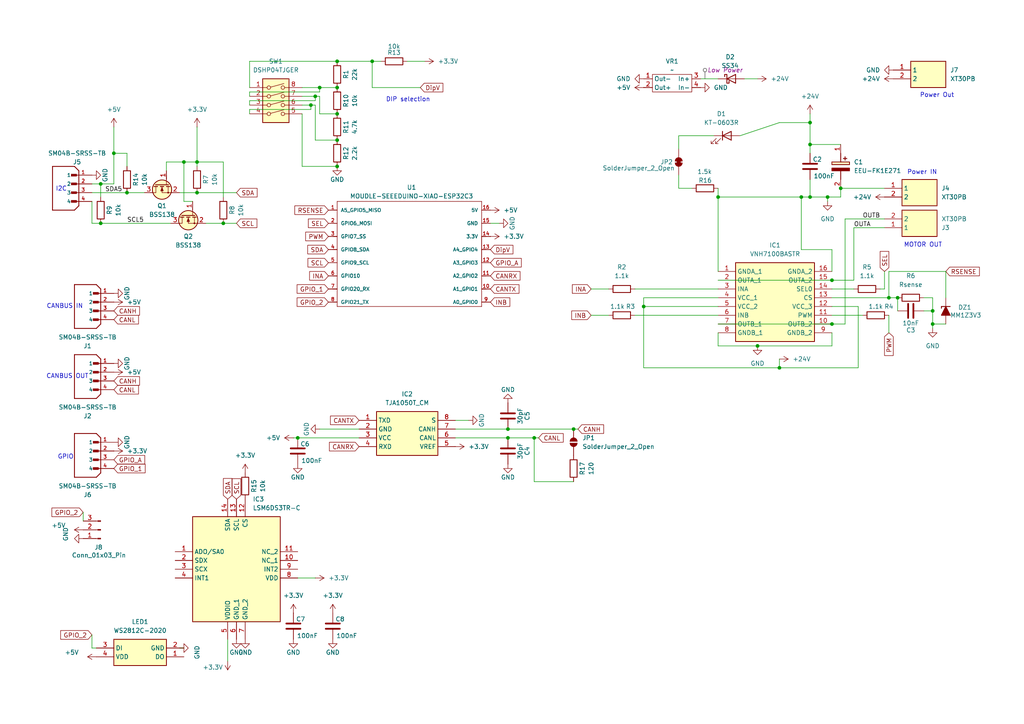
<source format=kicad_sch>
(kicad_sch (version 20231120) (generator "eeschema") (generator_version "8.0")
  (paper "A4")
  (lib_symbols
    (symbol "Connector:Conn_01x03_Pin" (pin_names (offset 1.016) hide)
      (property "Reference" "J" (at 0 5.08 0))
      (property "Value" "Conn_01x03_Pin" (at 0 -5.08 0))
      (symbol "Conn_01x03_Pin_1_1"
        (pin passive line (at 5.08 2.54 180) (length 3.81) (name "Pin_1") (number "1"))
        (pin passive line (at 5.08 0 180) (length 3.81) (name "Pin_2") (number "2"))
        (pin passive line (at 5.08 -2.54 180) (length 3.81) (name "Pin_3") (number "3"))
      )
    )
    (symbol "Device:C" (pin_numbers hide) (pin_names (offset 0.254))
      (property "Reference" "C" (at 0.635 2.54 0))
      (property "Value" "C" (at 0.635 -2.54 0))
      (symbol "C_1_1"
        (pin passive line (at 0 3.81 270) (length 2.794) (name "~") (number "1"))
        (pin passive line (at 0 -3.81 90) (length 2.794) (name "~") (number "2"))
      )
    )
    (symbol "Device:LED" (pin_numbers hide) (pin_names (offset 1.016) hide)
      (property "Reference" "D" (at 0 2.54 0))
      (property "Value" "LED" (at 0 -2.54 0))
      (symbol "LED_1_1"
        (pin passive line (at -3.81 0 0) (length 2.54) (name "K") (number "1"))
        (pin passive line (at 3.81 0 180) (length 2.54) (name "A") (number "2"))
      )
    )
    (symbol "Device:R" (pin_numbers hide) (pin_names (offset 0))
      (property "Reference" "R" (at 2.032 0 90))
      (property "Value" "R" (at 0 0 90))
      (symbol "R_1_1"
        (pin passive line (at 0 3.81 270) (length 1.27) (name "~") (number "1"))
        (pin passive line (at 0 -3.81 90) (length 1.27) (name "~") (number "2"))
      )
    )
    (symbol "Diode:1N5820" (pin_numbers hide) (pin_names (offset 1.016) hide)
      (property "Reference" "D" (at 0 2.54 0))
      (property "Value" "1N5820" (at 0 -2.54 0))
      (symbol "1N5820_1_1"
        (pin passive line (at -3.81 0 0) (length 2.54) (name "K") (number "1"))
        (pin passive line (at 3.81 0 180) (length 2.54) (name "A") (number "2"))
      )
    )
    (symbol "Jumper:SolderJumper_2_Bridged" (pin_numbers hide) (pin_names (offset 0) hide) (exclude_from_sim yes) (in_bom no)
      (property "Reference" "JP" (at 0 2.032 0))
      (property "Value" "SolderJumper_2_Bridged" (at 0 -2.54 0))
      (symbol "SolderJumper_2_Bridged_1_1"
        (pin passive line (at -3.81 0 0) (length 2.54) (name "A") (number "1"))
        (pin passive line (at 3.81 0 180) (length 2.54) (name "B") (number "2"))
      )
    )
    (symbol "Jumper:SolderJumper_2_Open" (pin_numbers hide) (pin_names (offset 0) hide) (exclude_from_sim yes) (in_bom no)
      (property "Reference" "JP" (at 0 2.032 0))
      (property "Value" "SolderJumper_2_Open" (at 0 -2.54 0))
      (symbol "SolderJumper_2_Open_1_1"
        (pin passive line (at -3.81 0 0) (length 2.54) (name "A") (number "1"))
        (pin passive line (at 3.81 0 180) (length 2.54) (name "B") (number "2"))
      )
    )
    (symbol "PCM_Diode_Zener_AKL:D_Zener_Generic" (pin_numbers hide) (pin_names (offset 1.016) hide)
      (property "Reference" "DZ" (at 0 7.62 0))
      (property "Value" "D_Zener_Generic" (at 0 5.08 0))
      (symbol "D_Zener_Generic_1_1"
        (pin passive line (at 3.81 0 180) (length 2.54) (name "K") (number "1"))
        (pin passive line (at -3.81 0 0) (length 2.54) (name "A") (number "2"))
      )
      (symbol "D_Zener_Generic_1_2"
        (pin passive line (at 2.54 2.54 180) (length 0) (name "K") (number "1"))
        (pin passive line (at -2.54 -2.54 0) (length 0) (name "A") (number "2"))
      )
    )
    (symbol "PCM_Transistor_MOSFET_AKL:BSS138" (pin_names hide)
      (property "Reference" "Q" (at 5.08 1.27 0))
      (property "Value" "BSS138" (at 5.08 -1.27 0))
      (symbol "BSS138_1_1"
        (pin input line (at -3.81 -1.27 0) (length 2.54) (name "G") (number "1"))
        (pin passive line (at 2.54 -5.08 90) (length 2.54) (name "S") (number "2"))
        (pin passive line (at 2.54 5.08 270) (length 2.54) (name "D") (number "3"))
      )
    )
    (symbol "Personal:Reg_Board"
      (property "Reference" "VR" (at 1.016 3.81 0))
      (symbol "Reg_Board_1_1"
        (pin input line (at -7.62 1.27 0) (length 2.54) (name "Out-") (number "1"))
        (pin input line (at -7.62 -1.27 0) (length 2.54) (name "Out+") (number "2"))
        (pin output line (at 8.89 1.27 180) (length 2.54) (name "In+") (number "3"))
        (pin output line (at 8.89 -1.27 180) (length 2.54) (name "In-") (number "4"))
      )
    )
    (symbol "SamacSys_Parts:B4B-XH-A_LF__SN_" (pin_names (offset 1.016))
      (property "Reference" "J" (at -2.54 6.35 0))
      (property "Value" "B4B-XH-A_LF__SN_" (at -2.54 -10.16 0))
      (symbol "B4B-XH-A_LF__SN__0_0"
        (pin passive line (at -7.62 2.54 0) (length 5.08) (name "1") (number "1"))
        (pin passive line (at -7.62 0 0) (length 5.08) (name "2") (number "2"))
        (pin passive line (at -7.62 -2.54 0) (length 5.08) (name "3") (number "3"))
        (pin passive line (at -7.62 -5.08 0) (length 5.08) (name "4") (number "4"))
      )
    )
    (symbol "SamacSys_Parts:EEU-FK1E271" (pin_names hide)
      (property "Reference" "C" (at 8.89 6.35 0))
      (property "Value" "EEU-FK1E271" (at 8.89 3.81 0))
      (symbol "EEU-FK1E271_1_1"
        (pin passive line (at 0 0 0) (length 2.54) (name "+") (number "1"))
        (pin passive line (at 12.7 0 180) (length 2.54) (name "-") (number "2"))
      )
    )
    (symbol "SamacSys_Parts:ESP32_C3_Super_mini" (pin_names (offset 1.016))
      (property "Reference" "U1" (at 0.254 -18.034 0))
      (property "Value" "ESP32_C3_Super_mini" (at 0.254 -20.574 0))
      (symbol "ESP32_C3_Super_mini_1_0"
        (pin bidirectional line (at -24.13 11.43 0) (length 2.54) (name "A5_GPIO5_MISO") (number "1"))
        (pin bidirectional line (at 22.86 -11.43 180) (length 2.54) (name "A1_GPIO1") (number "10"))
        (pin bidirectional line (at 22.86 -7.62 180) (length 2.54) (name "A2_GPIO2") (number "11"))
        (pin bidirectional line (at 22.86 -3.81 180) (length 2.54) (name "A3_GPIO3") (number "12"))
        (pin bidirectional line (at 22.86 0 180) (length 2.54) (name "A4_GPIO4") (number "13"))
        (pin bidirectional line (at 22.86 3.81 180) (length 2.54) (name "3.3V") (number "14"))
        (pin bidirectional line (at 22.86 7.62 180) (length 2.54) (name "GND") (number "15"))
        (pin bidirectional line (at 22.86 11.43 180) (length 2.54) (name "5V") (number "16"))
        (pin bidirectional line (at -24.13 7.62 0) (length 2.54) (name "GPIO6_MOSI") (number "2"))
        (pin bidirectional line (at -24.13 3.81 0) (length 2.54) (name "GPIO7_SS") (number "3"))
        (pin bidirectional line (at -24.13 0 0) (length 2.54) (name "GPIO8_SDA") (number "4"))
        (pin bidirectional line (at -24.13 -3.81 0) (length 2.54) (name "GPIO9_SCL") (number "5"))
        (pin bidirectional line (at -24.13 -7.62 0) (length 2.54) (name "GPIO10") (number "6"))
        (pin bidirectional line (at -24.13 -11.43 0) (length 2.54) (name "GPIO20_RX") (number "7"))
        (pin bidirectional line (at -24.13 -15.24 0) (length 2.54) (name "GPIO21_TX") (number "8"))
        (pin bidirectional line (at 22.86 -15.24 180) (length 2.54) (name "A0_GPIO0") (number "9"))
      )
    )
    (symbol "SamacSys_Parts:LSM6DS3TR-C"
      (property "Reference" "IC" (at 31.75 15.24 0))
      (property "Value" "LSM6DS3TR-C" (at 31.75 12.7 0))
      (symbol "LSM6DS3TR-C_1_1"
        (pin passive line (at 0 0 0) (length 5.08) (name "ADO/SA0") (number "1"))
        (pin passive line (at 35.56 -2.54 180) (length 5.08) (name "NC_1") (number "10"))
        (pin passive line (at 35.56 0 180) (length 5.08) (name "NC_2") (number "11"))
        (pin passive line (at 20.32 15.24 270) (length 5.08) (name "CS") (number "12"))
        (pin passive line (at 17.78 15.24 270) (length 5.08) (name "SCL") (number "13"))
        (pin passive line (at 15.24 15.24 270) (length 5.08) (name "SDA") (number "14"))
        (pin passive line (at 0 -2.54 0) (length 5.08) (name "SDX") (number "2"))
        (pin passive line (at 0 -5.08 0) (length 5.08) (name "SCX") (number "3"))
        (pin passive line (at 0 -7.62 0) (length 5.08) (name "INT1") (number "4"))
        (pin passive line (at 15.24 -25.4 90) (length 5.08) (name "VDDIO") (number "5"))
        (pin passive line (at 17.78 -25.4 90) (length 5.08) (name "GND_1") (number "6"))
        (pin passive line (at 20.32 -25.4 90) (length 5.08) (name "GND_2") (number "7"))
        (pin passive line (at 35.56 -7.62 180) (length 5.08) (name "VDD") (number "8"))
        (pin passive line (at 35.56 -5.08 180) (length 5.08) (name "INT2") (number "9"))
      )
    )
    (symbol "SamacSys_Parts:TJA1050T_CM"
      (property "Reference" "IC" (at 24.13 7.62 0))
      (property "Value" "TJA1050T_CM" (at 24.13 5.08 0))
      (symbol "TJA1050T_CM_1_1"
        (pin passive line (at 0 0 0) (length 5.08) (name "TXD") (number "1"))
        (pin passive line (at 0 -2.54 0) (length 5.08) (name "GND") (number "2"))
        (pin passive line (at 0 -5.08 0) (length 5.08) (name "VCC") (number "3"))
        (pin passive line (at 0 -7.62 0) (length 5.08) (name "RXD") (number "4"))
        (pin passive line (at 27.94 -7.62 180) (length 5.08) (name "VREF") (number "5"))
        (pin passive line (at 27.94 -5.08 180) (length 5.08) (name "CANL") (number "6"))
        (pin passive line (at 27.94 -2.54 180) (length 5.08) (name "CANH") (number "7"))
        (pin passive line (at 27.94 0 180) (length 5.08) (name "S") (number "8"))
      )
    )
    (symbol "SamacSys_Parts:VNH7100BASTR"
      (property "Reference" "IC" (at 29.21 7.62 0))
      (property "Value" "VNH7100BASTR" (at 29.21 5.08 0))
      (symbol "VNH7100BASTR_1_1"
        (pin passive line (at 0 0 0) (length 5.08) (name "GNDA_1") (number "1"))
        (pin passive line (at 33.02 -15.24 180) (length 5.08) (name "OUTB_2") (number "10"))
        (pin passive line (at 33.02 -12.7 180) (length 5.08) (name "PWM") (number "11"))
        (pin passive line (at 33.02 -10.16 180) (length 5.08) (name "VCC_3") (number "12"))
        (pin passive line (at 33.02 -7.62 180) (length 5.08) (name "CS") (number "13"))
        (pin passive line (at 33.02 -5.08 180) (length 5.08) (name "SEL0") (number "14"))
        (pin passive line (at 33.02 -2.54 180) (length 5.08) (name "OUTA_2") (number "15"))
        (pin passive line (at 33.02 0 180) (length 5.08) (name "GNDA_2") (number "16"))
        (pin passive line (at 0 -2.54 0) (length 5.08) (name "OUTA_1") (number "2"))
        (pin passive line (at 0 -5.08 0) (length 5.08) (name "INA") (number "3"))
        (pin passive line (at 0 -7.62 0) (length 5.08) (name "VCC_1") (number "4"))
        (pin passive line (at 0 -10.16 0) (length 5.08) (name "VCC_2") (number "5"))
        (pin passive line (at 0 -12.7 0) (length 5.08) (name "INB") (number "6"))
        (pin passive line (at 0 -15.24 0) (length 5.08) (name "OUTB_1") (number "7"))
        (pin passive line (at 0 -17.78 0) (length 5.08) (name "GNDB_1") (number "8"))
        (pin passive line (at 33.02 -17.78 180) (length 5.08) (name "GNDB_2") (number "9"))
      )
    )
    (symbol "SamacSys_Parts:WS2812C-2020"
      (property "Reference" "LED" (at 21.59 7.62 0))
      (property "Value" "WS2812C-2020" (at 21.59 5.08 0))
      (symbol "WS2812C-2020_1_1"
        (pin passive line (at 25.4 -2.54 180) (length 5.08) (name "DO") (number "1"))
        (pin passive line (at 25.4 0 180) (length 5.08) (name "GND") (number "2"))
        (pin passive line (at 0 0 0) (length 5.08) (name "DI") (number "3"))
        (pin passive line (at 0 -2.54 0) (length 5.08) (name "VDD") (number "4"))
      )
    )
    (symbol "SamacSys_Parts:XT30PB"
      (property "Reference" "J" (at 16.51 7.62 0))
      (property "Value" "XT30PB" (at 16.51 5.08 0))
      (symbol "XT30PB_1_1"
        (pin passive line (at 0 0 0) (length 5.08) (name "1") (number "1"))
        (pin passive line (at 0 -2.54 0) (length 5.08) (name "2") (number "2"))
      )
    )
    (symbol "Switch:SW_DIP_x04" (pin_names (offset 0) hide)
      (property "Reference" "SW" (at 0 8.89 0))
      (property "Value" "SW_DIP_x04" (at 0 -6.35 0))
      (symbol "SW_DIP_x04_1_1"
        (pin passive line (at -7.62 5.08 0) (length 5.08) (name "~") (number "1"))
        (pin passive line (at -7.62 2.54 0) (length 5.08) (name "~") (number "2"))
        (pin passive line (at -7.62 0 0) (length 5.08) (name "~") (number "3"))
        (pin passive line (at -7.62 -2.54 0) (length 5.08) (name "~") (number "4"))
        (pin passive line (at 7.62 -2.54 180) (length 5.08) (name "~") (number "5"))
        (pin passive line (at 7.62 0 180) (length 5.08) (name "~") (number "6"))
        (pin passive line (at 7.62 2.54 180) (length 5.08) (name "~") (number "7"))
        (pin passive line (at 7.62 5.08 180) (length 5.08) (name "~") (number "8"))
      )
    )
    (symbol "power:+24V" (power) (pin_names (offset 0))
      (property "Value" "+24V" (at 0 3.556 0))
      (symbol "+24V_1_1"
        (pin power_in line (at 0 0 90) (length 0) hide (name "+24V") (number "1"))
      )
    )
    (symbol "power:+3.3V" (power) (pin_numbers hide) (pin_names (offset 0) hide)
      (property "Value" "+3.3V" (at 0 3.556 0))
      (symbol "+3.3V_1_1"
        (pin power_in line (at 0 0 90) (length 0) (name "~") (number "1"))
      )
    )
    (symbol "power:+5V" (power) (pin_numbers hide) (pin_names (offset 0) hide)
      (property "Value" "+5V" (at 0 3.556 0))
      (symbol "+5V_1_1"
        (pin power_in line (at 0 0 90) (length 0) (name "~") (number "1"))
      )
    )
    (symbol "power:GND" (power) (pin_names (offset 0))
      (property "Value" "GND" (at 0 -3.81 0))
      (symbol "GND_1_1"
        (pin power_in line (at 0 0 270) (length 0) hide (name "GND") (number "1"))
      )
    )
  )
  (junction (at 154.94 127))
  (junction (at 270.51 90.17))
  (junction (at 208.28 57.15))
  (junction (at 29.21 64.77))
  (junction (at 234.95 57.15))
  (junction (at 219.71 100.33))
  (junction (at 226.06 106.68))
  (junction (at 57.15 55.88))
  (junction (at 64.77 64.77))
  (junction (at 53.34 46.99))
  (junction (at 97.79 25.4))
  (junction (at 97.79 33.02))
  (junction (at 90.17 30.48))
  (junction (at 241.3 81.28))
  (junction (at 243.84 54.61))
  (junction (at 147.32 127))
  (junction (at 232.41 57.15))
  (junction (at 97.79 17.78))
  (junction (at 260.35 86.36))
  (junction (at 33.02 44.45))
  (junction (at 86.36 127))
  (junction (at 270.51 93.98))
  (junction (at 166.37 124.46))
  (junction (at 97.79 48.26))
  (junction (at 29.21 53.34))
  (junction (at 240.03 57.15))
  (junction (at 147.32 124.46))
  (junction (at 234.95 35.56))
  (junction (at 92.71 25.4))
  (junction (at 91.44 27.94))
  (junction (at 36.83 55.88))
  (junction (at 234.95 41.91))
  (junction (at 257.81 86.36))
  (junction (at 57.15 46.99))
  (junction (at 186.69 88.9))
  (junction (at 107.95 17.78))
  (junction (at 241.3 93.98))
  (junction (at 97.79 40.64))
  (wire (pts (xy 241.3 88.9) (xy 248.92 88.9)))
  (wire (pts (xy 248.92 88.9) (xy 248.92 106.68)))
  (wire (pts (xy 91.44 167.64) (xy 86.36 167.64)))
  (wire (pts (xy 232.41 72.39) (xy 232.41 57.15)))
  (wire (pts (xy 241.3 91.44) (xy 250.19 91.44)))
  (wire (pts (xy 257.81 78.74) (xy 257.81 86.36)))
  (wire (pts (xy 270.51 93.98) (xy 270.51 95.25)))
  (wire (pts (xy 243.84 54.61) (xy 243.84 57.15)))
  (wire (pts (xy 270.51 90.17) (xy 270.51 93.98)))
  (wire (pts (xy 226.06 104.14) (xy 226.06 106.68)))
  (wire (pts (xy 33.02 53.34) (xy 29.21 53.34)))
  (wire (pts (xy 91.44 27.94) (xy 92.71 27.94)))
  (wire (pts (xy 256.54 54.61) (xy 243.84 54.61)))
  (wire (pts (xy 36.83 44.45) (xy 33.02 44.45)))
  (wire (pts (xy 72.39 17.78) (xy 97.79 17.78)))
  (wire (pts (xy 57.15 36.83) (xy 57.15 46.99)))
  (wire (pts (xy 257.81 86.36) (xy 260.35 86.36)))
  (wire (pts (xy 53.34 58.42) (xy 55.88 58.42)))
  (wire (pts (xy 186.69 88.9) (xy 186.69 106.68)))
  (wire (pts (xy 24.13 148.59) (xy 24.13 151.13)))
  (wire (pts (xy 147.32 124.46) (xy 132.08 124.46)))
  (wire (pts (xy 68.58 64.77) (xy 64.77 64.77)))
  (wire (pts (xy 234.95 41.91) (xy 243.84 41.91)))
  (wire (pts (xy 33.02 44.45) (xy 33.02 53.34)))
  (wire (pts (xy 245.11 63.5) (xy 256.54 63.5)))
  (wire (pts (xy 118.11 17.78) (xy 123.19 17.78)))
  (wire (pts (xy 91.44 40.64) (xy 97.79 40.64)))
  (wire (pts (xy 256.54 78.74) (xy 256.54 83.82)))
  (wire (pts (xy 186.69 106.68) (xy 226.06 106.68)))
  (wire (pts (xy 154.94 139.7) (xy 154.94 127)))
  (wire (pts (xy 247.65 66.04) (xy 247.65 81.28)))
  (wire (pts (xy 72.39 30.48) (xy 72.39 29.21)))
  (wire (pts (xy 234.95 33.02) (xy 234.95 35.56)))
  (wire (pts (xy 53.34 187.96) (xy 52.07 187.96)))
  (wire (pts (xy 184.15 83.82) (xy 208.28 83.82)))
  (wire (pts (xy 256.54 83.82) (xy 255.27 83.82)))
  (wire (pts (xy 92.71 27.94) (xy 92.71 33.02)))
  (wire (pts (xy 247.65 66.04) (xy 256.54 66.04)))
  (wire (pts (xy 241.3 72.39) (xy 232.41 72.39)))
  (wire (pts (xy 241.3 93.98) (xy 245.11 93.98)))
  (wire (pts (xy 214.63 39.37) (xy 226.06 35.56)))
  (wire (pts (xy 208.28 22.86) (xy 203.2 22.86)))
  (wire (pts (xy 107.95 17.78) (xy 107.95 25.4)))
  (wire (pts (xy 72.39 33.02) (xy 72.39 31.75)))
  (wire (pts (xy 59.69 64.77) (xy 64.77 64.77)))
  (wire (pts (xy 226.06 35.56) (xy 234.95 35.56)))
  (wire (pts (xy 66.04 191.77) (xy 66.04 185.42)))
  (wire (pts (xy 72.39 31.75) (xy 90.17 31.75)))
  (wire (pts (xy 53.34 46.99) (xy 57.15 46.99)))
  (wire (pts (xy 26.67 187.96) (xy 27.94 187.96)))
  (wire (pts (xy 29.21 53.34) (xy 29.21 57.15)))
  (wire (pts (xy 186.69 86.36) (xy 186.69 88.9)))
  (wire (pts (xy 257.81 91.44) (xy 257.81 96.52)))
  (wire (pts (xy 234.95 57.15) (xy 240.03 57.15)))
  (wire (pts (xy 90.17 30.48) (xy 91.44 30.48)))
  (wire (pts (xy 232.41 57.15) (xy 234.95 57.15)))
  (wire (pts (xy 270.51 86.36) (xy 270.51 90.17)))
  (wire (pts (xy 200.66 54.61) (xy 196.85 54.61)))
  (wire (pts (xy 72.39 26.67) (xy 92.71 26.67)))
  (wire (pts (xy 267.97 86.36) (xy 270.51 86.36)))
  (wire (pts (xy 87.63 25.4) (xy 92.71 25.4)))
  (wire (pts (xy 208.28 78.74) (xy 208.28 57.15)))
  (wire (pts (xy 208.28 100.33) (xy 219.71 100.33)))
  (wire (pts (xy 184.15 91.44) (xy 208.28 91.44)))
  (wire (pts (xy 26.67 55.88) (xy 36.83 55.88)))
  (wire (pts (xy 97.79 17.78) (xy 107.95 17.78)))
  (wire (pts (xy 208.28 93.98) (xy 241.3 93.98)))
  (wire (pts (xy 234.95 35.56) (xy 234.95 41.91)))
  (wire (pts (xy 267.97 90.17) (xy 270.51 90.17)))
  (wire (pts (xy 48.26 46.99) (xy 53.34 46.99)))
  (wire (pts (xy 167.64 124.46) (xy 166.37 124.46)))
  (wire (pts (xy 57.15 55.88) (xy 52.07 55.88)))
  (wire (pts (xy 26.67 64.77) (xy 26.67 58.42)))
  (wire (pts (xy 57.15 46.99) (xy 57.15 48.26)))
  (wire (pts (xy 166.37 124.46) (xy 147.32 124.46)))
  (wire (pts (xy 87.63 48.26) (xy 97.79 48.26)))
  (wire (pts (xy 36.83 48.26) (xy 36.83 44.45)))
  (wire (pts (xy 68.58 55.88) (xy 57.15 55.88)))
  (wire (pts (xy 87.63 30.48) (xy 90.17 30.48)))
  (wire (pts (xy 260.35 90.17) (xy 260.35 86.36)))
  (wire (pts (xy 92.71 26.67) (xy 92.71 25.4)))
  (wire (pts (xy 29.21 64.77) (xy 26.67 64.77)))
  (wire (pts (xy 92.71 33.02) (xy 97.79 33.02)))
  (wire (pts (xy 26.67 184.15) (xy 26.67 187.96)))
  (wire (pts (xy 241.3 86.36) (xy 257.81 86.36)))
  (wire (pts (xy 92.71 124.46) (xy 104.14 124.46)))
  (wire (pts (xy 274.32 78.74) (xy 274.32 86.36)))
  (wire (pts (xy 92.71 25.4) (xy 97.79 25.4)))
  (wire (pts (xy 90.17 31.75) (xy 90.17 30.48)))
  (wire (pts (xy 156.21 127) (xy 154.94 127)))
  (wire (pts (xy 241.3 78.74) (xy 241.3 72.39)))
  (wire (pts (xy 91.44 29.21) (xy 91.44 27.94)))
  (wire (pts (xy 107.95 25.4) (xy 121.92 25.4)))
  (wire (pts (xy 87.63 33.02) (xy 87.63 48.26)))
  (wire (pts (xy 196.85 54.61) (xy 196.85 50.8)))
  (wire (pts (xy 208.28 57.15) (xy 232.41 57.15)))
  (wire (pts (xy 91.44 30.48) (xy 91.44 40.64)))
  (wire (pts (xy 49.53 64.77) (xy 29.21 64.77)))
  (wire (pts (xy 64.77 46.99) (xy 57.15 46.99)))
  (wire (pts (xy 154.94 127) (xy 147.32 127)))
  (wire (pts (xy 72.39 27.94) (xy 72.39 26.67)))
  (wire (pts (xy 147.32 127) (xy 132.08 127)))
  (wire (pts (xy 186.69 88.9) (xy 208.28 88.9)))
  (wire (pts (xy 196.85 39.37) (xy 196.85 43.18)))
  (wire (pts (xy 240.03 57.15) (xy 240.03 58.42)))
  (wire (pts (xy 208.28 54.61) (xy 208.28 57.15)))
  (wire (pts (xy 85.09 127) (xy 86.36 127)))
  (wire (pts (xy 166.37 139.7) (xy 154.94 139.7)))
  (wire (pts (xy 48.26 49.53) (xy 48.26 46.99)))
  (wire (pts (xy 270.51 93.98) (xy 274.32 93.98)))
  (wire (pts (xy 87.63 27.94) (xy 91.44 27.94)))
  (wire (pts (xy 241.3 83.82) (xy 247.65 83.82)))
  (wire (pts (xy 86.36 127) (xy 104.14 127)))
  (wire (pts (xy 53.34 46.99) (xy 53.34 58.42)))
  (wire (pts (xy 219.71 100.33) (xy 241.3 100.33)))
  (wire (pts (xy 234.95 52.07) (xy 234.95 57.15)))
  (wire (pts (xy 245.11 63.5) (xy 245.11 93.98)))
  (wire (pts (xy 243.84 57.15) (xy 240.03 57.15)))
  (wire (pts (xy 132.08 121.92) (xy 135.89 121.92)))
  (wire (pts (xy 36.83 55.88) (xy 41.91 55.88)))
  (wire (pts (xy 208.28 96.52) (xy 208.28 100.33)))
  (wire (pts (xy 226.06 106.68) (xy 248.92 106.68)))
  (wire (pts (xy 144.78 64.77) (xy 142.24 64.77)))
  (wire (pts (xy 72.39 29.21) (xy 91.44 29.21)))
  (wire (pts (xy 208.28 86.36) (xy 186.69 86.36)))
  (wire (pts (xy 72.39 25.4) (xy 72.39 17.78)))
  (wire (pts (xy 241.3 96.52) (xy 241.3 100.33)))
  (wire (pts (xy 219.71 22.86) (xy 215.9 22.86)))
  (wire (pts (xy 29.21 53.34) (xy 26.67 53.34)))
  (wire (pts (xy 234.95 41.91) (xy 234.95 44.45)))
  (wire (pts (xy 33.02 36.83) (xy 33.02 44.45)))
  (wire (pts (xy 208.28 81.28) (xy 241.3 81.28)))
  (wire (pts (xy 247.65 81.28) (xy 241.3 81.28)))
  (wire (pts (xy 171.45 83.82) (xy 176.53 83.82)))
  (wire (pts (xy 107.95 17.78) (xy 110.49 17.78)))
  (wire (pts (xy 196.85 39.37) (xy 207.01 39.37)))
  (wire (pts (xy 64.77 57.15) (xy 64.77 46.99)))
  (wire (pts (xy 171.45 91.44) (xy 176.53 91.44)))
  (wire (pts (xy 257.81 78.74) (xy 274.32 78.74)))
  (text "CANBUS OUT" (at 19.558 109.22 0) (effects (font (size 1.27 1.27))))
  (text "GPIO\n" (at 19.05 132.588 0) (effects (font (size 1.27 1.27))))
  (text "Power Out" (at 271.78 27.686 0) (effects (font (size 1.27 1.27))))
  (text "MOTOR OUT\n" (at 267.716 71.12 0) (effects (font (size 1.27 1.27))))
  (text "CANBUS IN" (at 18.796 88.9 0) (effects (font (size 1.27 1.27))))
  (text "Power IN\n" (at 267.462 50.038 0) (effects (font (size 1.27 1.27))))
  (text "DIP selection" (at 118.364 28.956 0) (effects (font (size 1.27 1.27))))
  (text "I2C" (at 17.78 54.864 0) (effects (font (size 1.27 1.27))))
  (label "SDA5" (at 30.48 55.88 0))
  (label "OUTA" (at 247.65 66.04 0))
  (label "OUTB" (at 250.19 63.5 0))
  (label "SCL5" (at 36.83 64.77 0))
  (global_label "CANTX" (shape input) (at 104.14 121.92 180) (property "Intersheetrefs" "${INTERSHEET_REFS}" (effects (hide yes))))
  (global_label "SDA" (shape input) (at 66.04 144.78 90) (property "Intersheetrefs" "${INTERSHEET_REFS}" (effects (hide yes))))
  (global_label "GPIO_A" (shape input) (at 142.24 76.2 0) (property "Intersheetrefs" "${INTERSHEET_REFS}" (effects (hide yes))))
  (global_label "GPIO_A" (shape input) (at 33.02 133.35 0) (property "Intersheetrefs" "${INTERSHEET_REFS}" (effects (hide yes))))
  (global_label "CANRX" (shape input) (at 104.14 129.54 180) (property "Intersheetrefs" "${INTERSHEET_REFS}" (effects (hide yes))))
  (global_label "CANH" (shape input) (at 33.02 110.49 0) (property "Intersheetrefs" "${INTERSHEET_REFS}" (effects (hide yes))))
  (global_label "SEL" (shape input) (at 256.54 78.74 90) (property "Intersheetrefs" "${INTERSHEET_REFS}" (effects (hide yes))))
  (global_label "GPIO_1" (shape input) (at 95.25 83.82 180) (property "Intersheetrefs" "${INTERSHEET_REFS}" (effects (hide yes))))
  (global_label "INA" (shape input) (at 171.45 83.82 180) (property "Intersheetrefs" "${INTERSHEET_REFS}" (effects (hide yes))))
  (global_label "GPIO_2" (shape input) (at 24.13 148.59 180) (property "Intersheetrefs" "${INTERSHEET_REFS}" (effects (hide yes))))
  (global_label "INB" (shape input) (at 171.45 91.44 180) (property "Intersheetrefs" "${INTERSHEET_REFS}" (effects (hide yes))))
  (global_label "DipV" (shape input) (at 121.92 25.4 0) (property "Intersheetrefs" "${INTERSHEET_REFS}" (effects (hide yes))))
  (global_label "CANL" (shape input) (at 156.21 127 0) (property "Intersheetrefs" "${INTERSHEET_REFS}" (effects (hide yes))))
  (global_label "SCL" (shape input) (at 68.58 64.77 0) (property "Intersheetrefs" "${INTERSHEET_REFS}" (effects (hide yes))))
  (global_label "CANRX" (shape input) (at 142.24 80.01 0) (property "Intersheetrefs" "${INTERSHEET_REFS}" (effects (hide yes))))
  (global_label "CANH" (shape input) (at 33.02 90.17 0) (property "Intersheetrefs" "${INTERSHEET_REFS}" (effects (hide yes))))
  (global_label "SEL" (shape input) (at 95.25 64.77 180) (property "Intersheetrefs" "${INTERSHEET_REFS}" (effects (hide yes))))
  (global_label "CANL" (shape input) (at 33.02 113.03 0) (property "Intersheetrefs" "${INTERSHEET_REFS}" (effects (hide yes))))
  (global_label "CANH" (shape input) (at 167.64 124.46 0) (property "Intersheetrefs" "${INTERSHEET_REFS}" (effects (hide yes))))
  (global_label "PWM" (shape input) (at 257.81 96.52 270) (property "Intersheetrefs" "${INTERSHEET_REFS}" (effects (hide yes))))
  (global_label "GPIO_2" (shape input) (at 95.25 87.63 180) (property "Intersheetrefs" "${INTERSHEET_REFS}" (effects (hide yes))))
  (global_label "RSENSE" (shape input) (at 274.32 78.74 0) (property "Intersheetrefs" "${INTERSHEET_REFS}" (effects (hide yes))))
  (global_label "INB" (shape input) (at 142.24 87.63 0) (property "Intersheetrefs" "${INTERSHEET_REFS}" (effects (hide yes))))
  (global_label "GPIO_1" (shape input) (at 33.02 135.89 0) (property "Intersheetrefs" "${INTERSHEET_REFS}" (effects (hide yes))))
  (global_label "INA" (shape input) (at 95.25 80.01 180) (property "Intersheetrefs" "${INTERSHEET_REFS}" (effects (hide yes))))
  (global_label "RSENSE" (shape input) (at 95.25 60.96 180) (property "Intersheetrefs" "${INTERSHEET_REFS}" (effects (hide yes))))
  (global_label "CANL" (shape input) (at 33.02 92.71 0) (property "Intersheetrefs" "${INTERSHEET_REFS}" (effects (hide yes))))
  (global_label "SDA" (shape input) (at 95.25 72.39 180) (property "Intersheetrefs" "${INTERSHEET_REFS}" (effects (hide yes))))
  (global_label "DipV" (shape input) (at 142.24 72.39 0) (property "Intersheetrefs" "${INTERSHEET_REFS}" (effects (hide yes))))
  (global_label "SCL" (shape input) (at 68.58 144.78 90) (property "Intersheetrefs" "${INTERSHEET_REFS}" (effects (hide yes))))
  (global_label "SCL" (shape input) (at 95.25 76.2 180) (property "Intersheetrefs" "${INTERSHEET_REFS}" (effects (hide yes))))
  (global_label "PWM" (shape input) (at 95.25 68.58 180) (property "Intersheetrefs" "${INTERSHEET_REFS}" (effects (hide yes))))
  (global_label "SDA" (shape input) (at 68.58 55.88 0) (property "Intersheetrefs" "${INTERSHEET_REFS}" (effects (hide yes))))
  (global_label "GPIO_2" (shape input) (at 26.67 184.15 180) (property "Intersheetrefs" "${INTERSHEET_REFS}" (effects (hide yes))))
  (global_label "CANTX" (shape input) (at 142.24 83.82 0) (property "Intersheetrefs" "${INTERSHEET_REFS}" (effects (hide yes))))
  (netclass_flag "" (length 2.54) (shape round) (at 204.47 22.86 0) (property "Netclass" "Low Power" (at 205.1685 20.32 0) (effects (font (italic yes)) (justify left))))
  (symbol (lib_id "Connector:Conn_01x03_Pin") (at 29.21 153.67 180) (unit 1)
    (property "Reference" "J8" (at 28.575 158.75 0))
    (property "Value" "Conn_01x03_Pin" (at 28.702 161.036 0))
    (property "Footprint" "Connector_PinHeader_2.54mm:PinHeader_1x03_P2.54mm_Vertical" (effects (hide yes)))
    (property "Description" "Generic connector, single row, 01x03, script generated" (effects (hide yes)))
  )
  (symbol (lib_id "Device:R") (at 254 91.44 90) (unit 1)
    (property "Reference" "R4" (at 257.81 88.9 90))
    (property "Value" "1.1k" (at 254 88.9 90))
    (property "Footprint" "Resistor_SMD:R_0402_1005Metric" (effects (hide yes)))
  )
  (symbol (lib_id "power:GND") (at 71.12 185.42 0) (unit 1)
    (property "Reference" "#PWR036" (effects (hide yes)))
    (property "Value" "GND" (at 71.12 189.23 0))
  )
  (symbol (lib_id "power:GND") (at 240.03 58.42 0) (unit 1)
    (property "Reference" "#PWR011" (effects (hide yes)))
    (property "Value" "GND" (at 240.03 63.5 0))
  )
  (symbol (lib_id "power:+5V") (at 85.09 127 90) (unit 1)
    (property "Reference" "#PWR015" (effects (hide yes)))
    (property "Value" "+5V" (at 81.28 126.9999 90) (effects (justify left)))
    (property "Description" "Power symbol creates a global label with name \"+5V\"" (effects (hide yes)))
  )
  (symbol (lib_id "power:GND") (at 85.09 185.42 0) (unit 1)
    (property "Reference" "#PWR041" (effects (hide yes)))
    (property "Value" "GND" (at 85.09 189.23 0))
  )
  (symbol (lib_id "SamacSys_Parts:XT30PB") (at 259.08 20.32 0) (unit 1) (in_bom no)
    (property "Reference" "J7" (at 275.59 20.3199 0) (effects (justify left)))
    (property "Value" "XT30PB" (at 275.59 22.8599 0) (effects (justify left)))
    (property "Footprint" "JST_Sorted:XT30PB" (effects (hide yes)))
    (property "Datasheet" "https://www.tme.eu/Document/4acc913878197f8c2e30d4b8cdc47230/XT30UPB%20SPEC.pdf" (effects (hide yes)))
    (property "Description" "Mini XT60 XT30 Connector for RC Multirotor Racing Drone Quadcopter" (effects (hide yes)))
    (property "Height" "10.7" (effects (hide yes)))
    (property "Manufacturer_Name" "Amass" (effects (hide yes)))
    (property "Manufacturer_Part_Number" "XT30PB" (effects (hide yes)))
  )
  (symbol (lib_id "Device:R") (at 29.21 60.96 180) (unit 1)
    (property "Reference" "R9" (at 31.75 60.96 90))
    (property "Value" "10k" (at 34.29 60.96 90))
    (property "Footprint" "Resistor_SMD:R_0402_1005Metric" (effects (hide yes)))
  )
  (symbol (lib_id "power:GND") (at 33.02 85.09 90) (unit 1)
    (property "Reference" "#PWR02" (effects (hide yes)))
    (property "Value" "GND" (at 36.83 85.09 0))
  )
  (symbol (lib_id "SamacSys_Parts:VNH7100BASTR") (at 208.28 78.74 0) (unit 1)
    (property "Reference" "IC1" (at 224.79 71.12 0))
    (property "Value" "VNH7100BASTR" (at 224.79 73.66 0))
    (property "Footprint" "SamacSys_Parts:SOIC127P600X175-16N" (effects (hide yes)))
    (property "Datasheet" "https://www.st.com/resource/en/datasheet/dm00314832.pdf" (effects (hide yes)))
    (property "Height" "1.75" (effects (hide yes)))
    (property "Manufacturer_Name" "STMicroelectronics" (effects (hide yes)))
    (property "Manufacturer_Part_Number" "VNH7100BASTR" (effects (hide yes)))
    (property "Mouser Part Number" "511-VNH7100BASTR" (effects (hide yes)))
    (property "Mouser Price/Stock" "https://www.mouser.co.uk/ProductDetail/STMicroelectronics/VNH7100BASTR?qs=5aG0NVq1C4zGSYti1WIHtQ%3D%3D" (effects (hide yes)))
    (property "Arrow Part Number" "VNH7100BASTR" (effects (hide yes)))
    (property "Arrow Price/Stock" "https://www.arrow.com/en/products/vnh7100bastr/stmicroelectronics?region=nac" (effects (hide yes)))
  )
  (symbol (lib_id "Device:R") (at 166.37 135.89 180) (unit 1)
    (property "Reference" "R17" (at 168.91 135.89 90))
    (property "Value" "120" (at 171.45 135.89 90))
    (property "Footprint" "Resistor_SMD:R_0402_1005Metric" (effects (hide yes)))
  )
  (symbol (lib_id "Device:C") (at 86.36 130.81 0) (unit 1)
    (property "Reference" "C6" (at 87.122 128.778 0) (effects (justify left)))
    (property "Value" "100nF" (at 87.376 133.604 0) (effects (justify left)))
    (property "Footprint" "Capacitor_SMD:C_0805_2012Metric" (effects (hide yes)))
    (property "Description" "Unpolarized capacitor" (effects (hide yes)))
  )
  (symbol (lib_id "Device:R") (at 97.79 21.59 180) (unit 1)
    (property "Reference" "R1" (at 100.33 21.59 90))
    (property "Value" "22k" (at 102.87 21.59 90))
    (property "Footprint" "Resistor_SMD:R_0402_1005Metric" (effects (hide yes)))
  )
  (symbol (lib_id "Device:R") (at 114.3 17.78 270) (unit 1)
    (property "Reference" "R13" (at 114.3 15.24 90))
    (property "Value" "10k" (at 114.3 13.462 90))
    (property "Footprint" "Resistor_SMD:R_0402_1005Metric" (effects (hide yes)))
  )
  (symbol (lib_id "power:GND") (at 24.13 156.21 270) (unit 1)
    (property "Reference" "#PWR031" (effects (hide yes)))
    (property "Value" "GND" (at 19.05 154.94 0))
  )
  (symbol (lib_id "SamacSys_Parts:B4B-XH-A_LF__SN_") (at 19.05 53.34 0) (mirror y) (unit 1)
    (property "Reference" "J5" (at 22.352 46.99 0))
    (property "Value" "SM04B-SRSS-TB" (at 22.352 44.45 0))
    (property "Footprint" "Connector_JST:JST_SH_SM04B-SRSS-TB_1x04-1MP_P1.00mm_Horizontal" (effects (hide yes)))
    (property "Description" "JST 4 Pin" (effects (hide yes)))
  )
  (symbol (lib_id "power:GND") (at 135.89 121.92 90) (unit 1)
    (property "Reference" "#PWR019" (effects (hide yes)))
    (property "Value" "GND" (at 139.7 121.92 0))
  )
  (symbol (lib_id "power:+24V") (at 256.54 57.15 90) (unit 1)
    (property "Reference" "#PWR010" (effects (hide yes)))
    (property "Value" "+24V" (at 252.73 57.15 90) (effects (justify left)))
  )
  (symbol (lib_id "power:GND") (at 26.67 50.8 90) (unit 1)
    (property "Reference" "#PWR05" (effects (hide yes)))
    (property "Value" "GND" (at 30.48 50.8 0))
  )
  (symbol (lib_id "power:+24V") (at 234.95 33.02 0) (unit 1)
    (property "Reference" "#PWR021" (effects (hide yes)))
    (property "Value" "+24V" (at 234.95 27.94 0))
  )
  (symbol (lib_id "power:GND") (at 96.52 185.42 0) (unit 1)
    (property "Reference" "#PWR044" (effects (hide yes)))
    (property "Value" "GND" (at 96.52 189.23 0))
  )
  (symbol (lib_id "power:+3.3V") (at 66.04 191.77 180) (unit 1)
    (property "Reference" "#PWR039" (effects (hide yes)))
    (property "Value" "+3.3V" (at 61.722 193.548 0))
    (property "Description" "Power symbol creates a global label with name \"+3.3V\"" (effects (hide yes)))
  )
  (symbol (lib_id "power:+24V") (at 226.06 104.14 270) (unit 1)
    (property "Reference" "#PWR03" (effects (hide yes)))
    (property "Value" "+24V" (at 229.87 104.14 90) (effects (justify left)))
  )
  (symbol (lib_id "power:+24V") (at 219.71 22.86 270) (unit 1)
    (property "Reference" "#PWR033" (effects (hide yes)))
    (property "Value" "+24V" (at 223.52 22.86 90) (effects (justify left)))
  )
  (symbol (lib_id "Device:C") (at 264.16 90.17 90) (unit 1)
    (property "Reference" "C3" (at 264.16 95.758 90))
    (property "Value" "10nF" (at 264.16 93.726 90))
    (property "Footprint" "Capacitor_SMD:C_0805_2012Metric" (effects (hide yes)))
    (property "Description" "Unpolarized capacitor" (effects (hide yes)))
  )
  (symbol (lib_id "power:GND") (at 219.71 100.33 0) (unit 1)
    (property "Reference" "#PWR012" (effects (hide yes)))
    (property "Value" "GND" (at 219.71 105.41 0))
  )
  (symbol (lib_id "power:GND") (at 144.78 64.77 90) (unit 1)
    (property "Reference" "#PWR09" (effects (hide yes)))
    (property "Value" "GND" (at 148.59 64.77 0))
  )
  (symbol (lib_id "power:+3.3V") (at 91.44 167.64 270) (unit 1)
    (property "Reference" "#PWR038" (effects (hide yes)))
    (property "Value" "+3.3V" (at 95.25 167.6399 90) (effects (justify left)))
    (property "Description" "Power symbol creates a global label with name \"+3.3V\"" (effects (hide yes)))
  )
  (symbol (lib_id "power:+5V") (at 186.69 25.4 90) (unit 1)
    (property "Reference" "#PWR035" (effects (hide yes)))
    (property "Value" "+5V" (at 182.88 25.3999 90) (effects (justify left)))
    (property "Description" "Power symbol creates a global label with name \"+5V\"" (effects (hide yes)))
  )
  (symbol (lib_id "power:GND") (at 97.79 48.26 0) (unit 1)
    (property "Reference" "#PWR08" (effects (hide yes)))
    (property "Value" "GND" (at 97.79 52.07 0))
  )
  (symbol (lib_id "power:+5V") (at 24.13 153.67 90) (unit 1)
    (property "Reference" "#PWR030" (effects (hide yes)))
    (property "Value" "+5V" (at 19.05 152.4001 90) (effects (justify left)))
    (property "Description" "Power symbol creates a global label with name \"+5V\"" (effects (hide yes)))
  )
  (symbol (lib_id "power:+5V") (at 33.02 36.83 0) (unit 1)
    (property "Reference" "#PWR01" (effects (hide yes)))
    (property "Value" "+5V" (at 33.02 31.75 0))
    (property "Description" "Power symbol creates a global label with name \"+5V\"" (effects (hide yes)))
  )
  (symbol (lib_id "power:+3.3V") (at 142.24 68.58 270) (unit 1)
    (property "Reference" "#PWR04" (effects (hide yes)))
    (property "Value" "+3.3V" (at 146.05 68.5799 90) (effects (justify left)))
    (property "Description" "Power symbol creates a global label with name \"+3.3V\"" (effects (hide yes)))
  )
  (symbol (lib_id "power:+3.3V") (at 85.09 177.8 0) (unit 1)
    (property "Reference" "#PWR040" (effects (hide yes)))
    (property "Value" "+3.3V" (at 85.09 172.72 0))
    (property "Description" "Power symbol creates a global label with name \"+3.3V\"" (effects (hide yes)))
  )
  (symbol (lib_id "Switch:SW_DIP_x04") (at 80.01 30.48 0) (unit 1)
    (property "Reference" "SW1" (at 80.01 17.78 0))
    (property "Value" "DSHP04TJGER" (at 80.01 20.32 0))
    (property "Footprint" "Button_Switch_SMD:SW_DIP_SPSTx04_Slide_Copal_CHS-04A_W5.08mm_P1.27mm_JPin" (effects (hide yes)))
    (property "Description" "4x DIP Switch, Single Pole Single Throw (SPST) switch, small symbol" (effects (hide yes)))
  )
  (symbol (lib_id "Jumper:SolderJumper_2_Bridged") (at 196.85 46.99 90) (unit 1) (exclude_from_sim yes) (in_bom no)
    (property "Reference" "JP2" (at 191.516 46.99 90) (effects (justify right)))
    (property "Value" "SolderJumper_2_Open" (at 174.752 48.768 90) (effects (justify right)))
    (property "Footprint" "CutomParts:Jumper Connected 2 Pin Small" (effects (hide yes)))
    (property "Description" "Solder Jumper, 2-pole, closed/bridged" (effects (hide yes)))
  )
  (symbol (lib_id "Device:C") (at 147.32 120.65 180) (unit 1)
    (property "Reference" "C5" (at 152.908 120.65 90))
    (property "Value" "30pF" (at 150.876 120.65 90))
    (property "Footprint" "Capacitor_SMD:C_0805_2012Metric" (effects (hide yes)))
    (property "Description" "Unpolarized capacitor" (effects (hide yes)))
  )
  (symbol (lib_id "Device:R") (at 71.12 140.97 180) (unit 1)
    (property "Reference" "R15" (at 73.66 140.97 90))
    (property "Value" "10k" (at 76.2 140.97 90))
    (property "Footprint" "Resistor_SMD:R_0402_1005Metric" (effects (hide yes)))
  )
  (symbol (lib_id "Device:R") (at 97.79 29.21 180) (unit 1)
    (property "Reference" "R10" (at 100.33 29.21 90))
    (property "Value" "10k" (at 102.87 29.21 90))
    (property "Footprint" "Resistor_SMD:R_0402_1005Metric" (effects (hide yes)))
  )
  (symbol (lib_id "power:+5V") (at 33.02 107.95 270) (unit 1)
    (property "Reference" "#PWR022" (effects (hide yes)))
    (property "Value" "+5V" (at 36.83 107.9499 90) (effects (justify left)))
    (property "Description" "Power symbol creates a global label with name \"+5V\"" (effects (hide yes)))
  )
  (symbol (lib_id "power:+3.3V") (at 96.52 177.8 0) (unit 1)
    (property "Reference" "#PWR043" (effects (hide yes)))
    (property "Value" "+3.3V" (at 96.52 172.72 0))
    (property "Description" "Power symbol creates a global label with name \"+3.3V\"" (effects (hide yes)))
  )
  (symbol (lib_id "Device:R") (at 204.47 54.61 270) (unit 1)
    (property "Reference" "R16" (at 206.502 52.324 90) (effects (justify right)))
    (property "Value" "1.5k" (at 206.502 49.784 90) (effects (justify right)))
    (property "Footprint" "Resistor_SMD:R_0402_1005Metric" (effects (hide yes)))
  )
  (symbol (lib_id "Personal:Reg_Board") (at 194.31 24.13 0) (unit 1) (in_bom no)
    (property "Reference" "VR1" (at 194.945 17.78 0))
    (property "Value" "~" (at 194.945 20.32 0))
    (property "Footprint" "Library:EY9 reg board" (effects (hide yes)))
  )
  (symbol (lib_id "power:+5V") (at 27.94 190.5 90) (unit 1)
    (property "Reference" "#PWR045" (effects (hide yes)))
    (property "Value" "+5V" (at 22.86 189.2301 90) (effects (justify left)))
    (property "Description" "Power symbol creates a global label with name \"+5V\"" (effects (hide yes)))
  )
  (symbol (lib_id "SamacSys_Parts:XT30PB") (at 256.54 54.61 0) (unit 1) (in_bom no)
    (property "Reference" "J4" (at 273.05 54.6099 0) (effects (justify left)))
    (property "Value" "XT30PB" (at 273.05 57.1499 0) (effects (justify left)))
    (property "Footprint" "Library:Xt30 Horizontal" (effects (hide yes)))
    (property "Datasheet" "https://www.tme.eu/Document/4acc913878197f8c2e30d4b8cdc47230/XT30UPB%20SPEC.pdf" (effects (hide yes)))
    (property "Description" "Mini XT60 XT30 Connector for RC Multirotor Racing Drone Quadcopter" (effects (hide yes)))
    (property "Height" "10.7" (effects (hide yes)))
    (property "Manufacturer_Name" "Amass" (effects (hide yes)))
    (property "Manufacturer_Part_Number" "XT30PB" (effects (hide yes)))
  )
  (symbol (lib_id "power:+5V") (at 33.02 87.63 270) (unit 1)
    (property "Reference" "#PWR016" (effects (hide yes)))
    (property "Value" "+5V" (at 36.83 87.6299 90) (effects (justify left)))
    (property "Description" "Power symbol creates a global label with name \"+5V\"" (effects (hide yes)))
  )
  (symbol (lib_id "SamacSys_Parts:B4B-XH-A_LF__SN_") (at 25.4 107.95 0) (mirror y) (unit 1)
    (property "Reference" "J2" (at 25.4 120.65 0))
    (property "Value" "SM04B-SRSS-TB" (at 25.4 118.11 0))
    (property "Footprint" "Connector_JST:JST_SH_SM04B-SRSS-TB_1x04-1MP_P1.00mm_Horizontal" (effects (hide yes)))
    (property "Description" "JST 4 Pin" (effects (hide yes)))
  )
  (symbol (lib_id "power:GND") (at 33.02 128.27 90) (unit 1)
    (property "Reference" "#PWR026" (effects (hide yes)))
    (property "Value" "GND" (at 36.83 128.27 0))
  )
  (symbol (lib_id "Device:R") (at 97.79 36.83 180) (unit 1)
    (property "Reference" "R11" (at 100.33 36.83 90))
    (property "Value" "4.7k" (at 102.87 36.83 90))
    (property "Footprint" "Resistor_SMD:R_0402_1005Metric" (effects (hide yes)))
  )
  (symbol (lib_id "power:+3.3V") (at 33.02 130.81 270) (unit 1)
    (property "Reference" "#PWR029" (effects (hide yes)))
    (property "Value" "+3.3V" (at 36.83 130.8099 90) (effects (justify left)))
    (property "Description" "Power symbol creates a global label with name \"+3.3V\"" (effects (hide yes)))
  )
  (symbol (lib_id "SamacSys_Parts:B4B-XH-A_LF__SN_") (at 25.4 87.63 0) (mirror y) (unit 1)
    (property "Reference" "J1" (at 25.4 100.33 0))
    (property "Value" "SM04B-SRSS-TB" (at 25.4 97.79 0))
    (property "Footprint" "Connector_JST:JST_SH_SM04B-SRSS-TB_1x04-1MP_P1.00mm_Horizontal" (effects (hide yes)))
    (property "Description" "JST 4 Pin" (effects (hide yes)))
  )
  (symbol (lib_id "power:GND") (at 86.36 134.62 0) (unit 1)
    (property "Reference" "#PWR018" (effects (hide yes)))
    (property "Value" "GND" (at 86.36 138.43 0))
  )
  (symbol (lib_id "SamacSys_Parts:WS2812C-2020") (at 27.94 187.96 0) (unit 1)
    (property "Reference" "LED1" (at 40.64 180.34 0))
    (property "Value" "WS2812C-2020" (at 40.64 182.88 0))
    (property "Footprint" "WS2812C2020" (effects (hide yes)))
    (property "Datasheet" "http://www.world-semi.com/DownLoadFile/139" (effects (hide yes)))
    (property "Description" "Intelligent control LED integrated light source" (effects (hide yes)))
    (property "Height" "0.84" (effects (hide yes)))
    (property "Manufacturer_Name" "Worldsemi" (effects (hide yes)))
    (property "Manufacturer_Part_Number" "WS2812C-2020" (effects (hide yes)))
  )
  (symbol (lib_id "power:GND") (at 52.07 187.96 90) (unit 1)
    (property "Reference" "#PWR046" (effects (hide yes)))
    (property "Value" "GND" (at 57.15 189.23 0))
  )
  (symbol (lib_id "SamacSys_Parts:EEU-FK1E271") (at 243.84 41.91 270) (unit 1) (in_bom no)
    (property "Reference" "C1" (at 247.65 46.9899 90) (effects (justify left)))
    (property "Value" "EEU-FK1E271" (at 247.65 49.5299 90) (effects (justify left)))
    (property "Footprint" "SamacSys_Parts:CAPPRD350W65D800H1300" (effects (hide yes)))
    (property "Datasheet" "http://industrial.panasonic.com/cdbs/www-data/pdf/RDF0000/ABA0000C1015.pdf" (effects (hide yes)))
    (property "Description" "Aluminium Electrolytic Capacitor, Radial Lead, 105?C 3000h - 5000h" (effects (hide yes)))
    (property "Height" "13" (effects (hide yes)))
    (property "Manufacturer_Name" "Panasonic" (effects (hide yes)))
    (property "Manufacturer_Part_Number" "EEU-FK1E271" (effects (hide yes)))
    (property "Mouser Part Number" "667-EEU-FK1E271" (effects (hide yes)))
    (property "Mouser Price/Stock" "https://www.mouser.co.uk/ProductDetail/Panasonic/EEU-FK1E271?qs=MNPzkKEzRtQAUyGQV%252BGZQQ%3D%3D" (effects (hide yes)))
    (property "Arrow Part Number" "EEU-FK1E271" (effects (hide yes)))
    (property "Arrow Price/Stock" "https://www.arrow.com/en/products/eeufk1e271/panasonic?region=nac" (effects (hide yes)))
  )
  (symbol (lib_id "SamacSys_Parts:B4B-XH-A_LF__SN_") (at 25.4 130.81 0) (mirror y) (unit 1)
    (property "Reference" "J6" (at 25.4 143.51 0))
    (property "Value" "SM04B-SRSS-TB" (at 25.4 140.97 0))
    (property "Footprint" "Connector_JST:JST_SH_SM04B-SRSS-TB_1x04-1MP_P1.00mm_Horizontal" (effects (hide yes)))
    (property "Description" "JST 4 Pin" (effects (hide yes)))
  )
  (symbol (lib_id "power:GND") (at 259.08 20.32 270) (unit 1)
    (property "Reference" "#PWR025" (effects (hide yes)))
    (property "Value" "GND" (at 255.27 20.3199 90) (effects (justify right)))
  )
  (symbol (lib_id "Device:C") (at 96.52 181.61 0) (unit 1)
    (property "Reference" "C8" (at 97.282 179.578 0) (effects (justify left)))
    (property "Value" "100nF" (at 97.536 184.404 0) (effects (justify left)))
    (property "Footprint" "Capacitor_SMD:C_0805_2012Metric" (effects (hide yes)))
    (property "Description" "Unpolarized capacitor" (effects (hide yes)))
  )
  (symbol (lib_id "Device:R") (at 64.77 60.96 180) (unit 1)
    (property "Reference" "R8" (at 67.31 60.96 90))
    (property "Value" "10k" (at 69.85 60.96 90))
    (property "Footprint" "Resistor_SMD:R_0402_1005Metric" (effects (hide yes)))
  )
  (symbol (lib_id "power:GND") (at 92.71 124.46 270) (unit 1)
    (property "Reference" "#PWR020" (effects (hide yes)))
    (property "Value" "GND" (at 88.9 124.46 0))
  )
  (symbol (lib_id "PCM_Transistor_MOSFET_AKL:BSS138") (at 54.61 62.23 90) (mirror x) (unit 1)
    (property "Reference" "Q2" (at 54.61 68.58 90))
    (property "Value" "BSS138" (at 54.61 71.12 90))
    (property "Footprint" "PCM_Package_TO_SOT_SMD_AKL:SOT-23" (effects (hide yes)))
    (property "Datasheet" "https://www.tme.eu/Document/2b32cdd3c66afedbcd628e73d93ae817/BSS138-7-F.pdf" (effects (hide yes)))
    (property "Description" "SOT-23 N-MOSFET enchancement mode transistor, 50V, 200mA, 300mW, Alternate KiCAD Library" (effects (hide yes)))
  )
  (symbol (lib_id "PCM_Diode_Zener_AKL:D_Zener_Generic") (at 274.32 90.17 90) (unit 1)
    (property "Reference" "DZ1" (at 277.876 89.154 90) (effects (justify right)))
    (property "Value" "MM1Z3V3" (at 275.59 91.44 90) (effects (justify right)))
    (property "Footprint" "Diode_SMD:D_SOD-123" (effects (hide yes)))
    (property "Description" "Zener diode, generic symbol, Alternate KiCAD Library" (effects (hide yes)))
  )
  (symbol (lib_id "power:GND") (at 186.69 22.86 270) (mirror x) (unit 1)
    (property "Reference" "#PWR034" (effects (hide yes)))
    (property "Value" "GND" (at 182.88 22.8599 90) (effects (justify right)))
  )
  (symbol (lib_id "SamacSys_Parts:ESP32_C3_Super_mini") (at 119.38 72.39 0) (unit 1)
    (property "Reference" "U1" (at 119.38 54.356 0))
    (property "Value" "MOUDLE-SEEEDUINO-XIAO-ESP32C3" (at 119.38 56.896 0))
    (property "Footprint" "Arduino:MOUDLE14P-SMD-2.54-21X17.8MM" (effects (hide yes)))
  )
  (symbol (lib_id "Device:R") (at 180.34 91.44 90) (unit 1)
    (property "Reference" "R3" (at 182.88 88.9 90))
    (property "Value" "1.1k" (at 179.07 88.9 90))
    (property "Footprint" "Resistor_SMD:R_0402_1005Metric" (effects (hide yes)))
  )
  (symbol (lib_id "Device:R") (at 97.79 44.45 180) (unit 1)
    (property "Reference" "R12" (at 100.33 44.45 90))
    (property "Value" "2.2k" (at 102.87 44.45 90))
    (property "Footprint" "Resistor_SMD:R_0402_1005Metric" (effects (hide yes)))
  )
  (symbol (lib_id "Device:R") (at 251.46 83.82 90) (unit 1)
    (property "Reference" "R5" (at 251.46 77.47 90))
    (property "Value" "1.1k" (at 251.46 80.01 90))
    (property "Footprint" "Resistor_SMD:R_0402_1005Metric" (effects (hide yes)))
  )
  (symbol (lib_id "SamacSys_Parts:LSM6DS3TR-C") (at 50.8 160.02 0) (unit 1)
    (property "Reference" "IC3" (at 73.3141 144.78 0) (effects (justify left)))
    (property "Value" "LSM6DS3TR-C" (at 73.3141 147.32 0) (effects (justify left)))
    (property "Footprint" "LSM6DS3USTR" (effects (hide yes)))
    (property "Datasheet" "http://www.st.com/resource/en/datasheet/lsm6ds3tr-c.pdf" (effects (hide yes)))
    (property "Description" "STMicroelectronics iNEMO inertial module: 3D accelerometer and 3D gyroscope" (effects (hide yes)))
    (property "Height" "0.86" (effects (hide yes)))
    (property "Manufacturer_Name" "STMicroelectronics" (effects (hide yes)))
    (property "Manufacturer_Part_Number" "LSM6DS3TR-C" (effects (hide yes)))
    (property "Mouser Part Number" "511-LSM6DS3TR-C" (effects (hide yes)))
    (property "Mouser Price/Stock" "https://www.mouser.co.uk/ProductDetail/STMicroelectronics/LSM6DS3TR-C?qs=u4fy%2FsgLU9NHwPlhP3LTBw%3D%3D" (effects (hide yes)))
    (property "Arrow Part Number" "LSM6DS3TR-C" (effects (hide yes)))
    (property "Arrow Price/Stock" "null?region=nac" (effects (hide yes)))
  )
  (symbol (lib_id "Device:R") (at 36.83 52.07 180) (unit 1)
    (property "Reference" "R14" (at 39.37 52.07 90))
    (property "Value" "10k" (at 41.91 52.07 90))
    (property "Footprint" "Resistor_SMD:R_0402_1005Metric" (effects (hide yes)))
  )
  (symbol (lib_id "power:GND") (at 147.32 116.84 180) (unit 1)
    (property "Reference" "#PWR027" (effects (hide yes)))
    (property "Value" "GND" (at 147.32 113.03 0))
  )
  (symbol (lib_id "power:GND") (at 68.58 185.42 0) (unit 1)
    (property "Reference" "#PWR037" (effects (hide yes)))
    (property "Value" "GND" (at 68.58 189.23 0))
  )
  (symbol (lib_id "power:+3.3V") (at 57.15 36.83 0) (unit 1)
    (property "Reference" "#PWR023" (effects (hide yes)))
    (property "Value" "+3.3V" (at 57.15 31.75 0))
    (property "Description" "Power symbol creates a global label with name \"+3.3V\"" (effects (hide yes)))
  )
  (symbol (lib_id "Device:R") (at 180.34 83.82 90) (unit 1)
    (property "Reference" "R2" (at 180.34 77.47 90))
    (property "Value" "1.1k" (at 180.34 80.01 90))
    (property "Footprint" "Resistor_SMD:R_0402_1005Metric" (effects (hide yes)))
  )
  (symbol (lib_id "power:+24V") (at 259.08 22.86 90) (unit 1)
    (property "Reference" "#PWR024" (effects (hide yes)))
    (property "Value" "+24V" (at 255.27 22.86 90) (effects (justify left)))
  )
  (symbol (lib_id "power:GND") (at 270.51 95.25 0) (unit 1)
    (property "Reference" "#PWR014" (effects (hide yes)))
    (property "Value" "GND" (at 270.51 100.33 0))
  )
  (symbol (lib_id "Device:R") (at 57.15 52.07 180) (unit 1)
    (property "Reference" "R7" (at 59.69 52.07 90))
    (property "Value" "10k" (at 62.23 52.07 90))
    (property "Footprint" "Resistor_SMD:R_0402_1005Metric" (effects (hide yes)))
  )
  (symbol (lib_id "power:GND") (at 147.32 134.62 0) (unit 1)
    (property "Reference" "#PWR028" (effects (hide yes)))
    (property "Value" "GND" (at 147.32 138.43 0))
  )
  (symbol (lib_id "Device:LED") (at 210.82 39.37 0) (unit 1)
    (property "Reference" "D1" (at 209.2325 33.02 0))
    (property "Value" "KT-0603R" (at 209.2325 35.56 0))
    (property "Footprint" "LED_SMD:LED_0603_1608Metric" (effects (hide yes)))
    (property "Description" "Light emitting diode" (effects (hide yes)))
  )
  (symbol (lib_id "power:+3.3V") (at 132.08 129.54 270) (unit 1)
    (property "Reference" "#PWR013" (effects (hide yes)))
    (property "Value" "+3.3V" (at 135.89 129.5399 90) (effects (justify left)))
    (property "Description" "Power symbol creates a global label with name \"+3.3V\"" (effects (hide yes)))
  )
  (symbol (lib_id "power:+3.3V") (at 123.19 17.78 270) (unit 1)
    (property "Reference" "#PWR06" (effects (hide yes)))
    (property "Value" "+3.3V" (at 127 17.7799 90) (effects (justify left)))
    (property "Description" "Power symbol creates a global label with name \"+3.3V\"" (effects (hide yes)))
  )
  (symbol (lib_id "Diode:1N5820") (at 212.09 22.86 0) (unit 1)
    (property "Reference" "D2" (at 211.7725 16.51 0))
    (property "Value" "SS34" (at 211.7725 19.05 0))
    (property "Footprint" "Diode_SMD:D_SOD-123" (effects (hide yes)))
    (property "Datasheet" "http://www.vishay.com/docs/88526/1n5820.pdf" (effects (hide yes)))
    (property "Description" "20V 3A Schottky Barrier Rectifier Diode, DO-201AD" (effects (hide yes)))
  )
  (symbol (lib_id "Jumper:SolderJumper_2_Open") (at 166.37 128.27 90) (unit 1) (exclude_from_sim yes) (in_bom no)
    (property "Reference" "JP1" (at 168.91 126.9999 90) (effects (justify right)))
    (property "Value" "SolderJumper_2_Open" (at 168.91 129.5399 90) (effects (justify right)))
    (property "Footprint" "Jumper:SolderJumper-2_P1.3mm_Open_RoundedPad1.0x1.5mm" (effects (hide yes)))
    (property "Description" "Solder Jumper, 2-pole, open" (effects (hide yes)))
  )
  (symbol (lib_id "SamacSys_Parts:TJA1050T_CM") (at 104.14 121.92 0) (unit 1)
    (property "Reference" "IC2" (at 118.11 114.3 0))
    (property "Value" "TJA1050T_CM" (at 118.11 116.84 0))
    (property "Footprint" "SOIC127P600X175-8N" (effects (hide yes)))
    (property "Datasheet" "https://www.tme.eu/Document/977d0fd8449c416da25cef30c4f64641/TJA1050.pdf" (effects (hide yes)))
    (property "Description" "IC: interface; transceiver; 1Mbps; 4.755.25VDC; SO8; No.of rec: 1" (effects (hide yes)))
    (property "Height" "1.75" (effects (hide yes)))
    (property "Manufacturer_Name" "NXP" (effects (hide yes)))
    (property "Manufacturer_Part_Number" "TJA1050T/CM" (effects (hide yes)))
    (property "Mouser Part Number" "N/A" (effects (hide yes)))
    (property "Mouser Price/Stock" "https://www.mouser.co.uk/ProductDetail/NXP-Semiconductors/TJA1050T-CM?qs=fAHHVMwC%252BbibiWs27gP5ng%3D%3D" (effects (hide yes)))
  )
  (symbol (lib_id "power:GND") (at 203.2 25.4 90) (unit 1)
    (property "Reference" "#PWR032" (effects (hide yes)))
    (property "Value" "GND" (at 207.01 25.4001 90) (effects (justify right)))
  )
  (symbol (lib_id "power:GND") (at 33.02 105.41 90) (unit 1)
    (property "Reference" "#PWR017" (effects (hide yes)))
    (property "Value" "GND" (at 36.83 105.41 0))
  )
  (symbol (lib_id "Device:C") (at 147.32 130.81 180) (unit 1)
    (property "Reference" "C4" (at 152.908 130.81 90))
    (property "Value" "30pF" (at 150.876 130.81 90))
    (property "Footprint" "Capacitor_SMD:C_0805_2012Metric" (effects (hide yes)))
    (property "Description" "Unpolarized capacitor" (effects (hide yes)))
  )
  (symbol (lib_id "Device:C") (at 234.95 48.26 0) (unit 1)
    (property "Reference" "C2" (at 235.712 46.228 0) (effects (justify left)))
    (property "Value" "100nF" (at 235.966 51.054 0) (effects (justify left)))
    (property "Footprint" "Capacitor_SMD:C_0805_2012Metric" (effects (hide yes)))
    (property "Description" "Unpolarized capacitor" (effects (hide yes)))
  )
  (symbol (lib_id "power:+5V") (at 142.24 60.96 270) (unit 1)
    (property "Reference" "#PWR07" (effects (hide yes)))
    (property "Value" "+5V" (at 146.05 60.9599 90) (effects (justify left)))
    (property "Description" "Power symbol creates a global label with name \"+5V\"" (effects (hide yes)))
  )
  (symbol (lib_id "SamacSys_Parts:XT30PB") (at 256.54 66.04 0) (mirror x) (unit 1) (in_bom no)
    (property "Reference" "J3" (at 273.05 66.0401 0) (effects (justify left)))
    (property "Value" "XT30PB" (at 273.05 63.5001 0) (effects (justify left)))
    (property "Footprint" "JST_Sorted:xt30_90_Female" (effects (hide yes)))
    (property "Datasheet" "https://www.tme.eu/Document/4acc913878197f8c2e30d4b8cdc47230/XT30UPB%20SPEC.pdf" (effects (hide yes)))
    (property "Description" "Mini XT60 XT30 Connector for RC Multirotor Racing Drone Quadcopter" (effects (hide yes)))
    (property "Height" "10.7" (effects (hide yes)))
    (property "Manufacturer_Name" "Amass" (effects (hide yes)))
    (property "Manufacturer_Part_Number" "XT30PB" (effects (hide yes)))
  )
  (symbol (lib_id "Device:C") (at 85.09 181.61 0) (unit 1)
    (property "Reference" "C7" (at 85.852 179.578 0) (effects (justify left)))
    (property "Value" "100nF" (at 86.106 184.404 0) (effects (justify left)))
    (property "Footprint" "Capacitor_SMD:C_0805_2012Metric" (effects (hide yes)))
    (property "Description" "Unpolarized capacitor" (effects (hide yes)))
  )
  (symbol (lib_id "Device:R") (at 264.16 86.36 90) (unit 1) (in_bom no)
    (property "Reference" "R6" (at 264.16 80.01 90))
    (property "Value" "Rsense" (at 264.16 82.55 90))
    (property "Footprint" "Resistor_THT:R_Axial_DIN0204_L3.6mm_D1.6mm_P2.54mm_Vertical" (effects (hide yes)))
  )
  (symbol (lib_id "power:+3.3V") (at 71.12 137.16 0) (unit 1)
    (property "Reference" "#PWR042" (effects (hide yes)))
    (property "Value" "+3.3V" (at 71.12 132.08 0))
    (property "Description" "Power symbol creates a global label with name \"+3.3V\"" (effects (hide yes)))
  )
  (symbol (lib_id "PCM_Transistor_MOSFET_AKL:BSS138") (at 46.99 53.34 90) (mirror x) (unit 1)
    (property "Reference" "Q1" (at 46.99 59.69 90))
    (property "Value" "BSS138" (at 46.99 62.23 90))
    (property "Footprint" "PCM_Package_TO_SOT_SMD_AKL:SOT-23" (effects (hide yes)))
    (property "Datasheet" "https://www.tme.eu/Document/2b32cdd3c66afedbcd628e73d93ae817/BSS138-7-F.pdf" (effects (hide yes)))
    (property "Description" "SOT-23 N-MOSFET enchancement mode transistor, 50V, 200mA, 300mW, Alternate KiCAD Library" (effects (hide yes)))
  )
)
</source>
